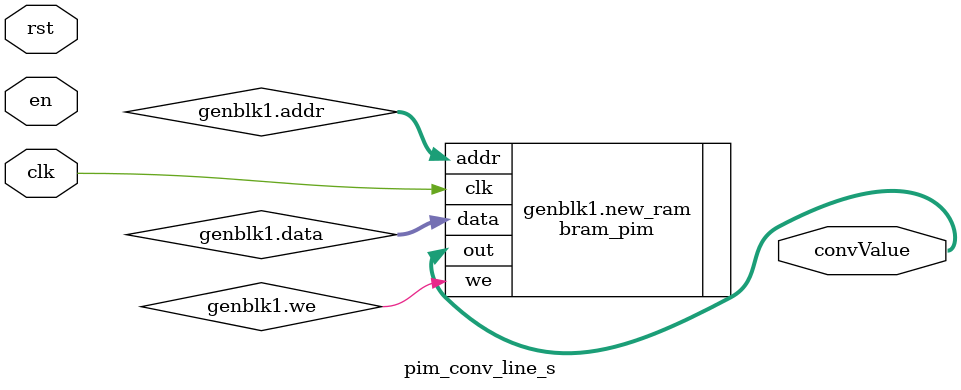
<source format=v>
`define MAX_SIZE 128
module conv #(parameter KERNEL_SIZE = 5, CHANNEL = 6, DEPTH = 16, BIT_WIDTH = 8, OUT_WIDTH = 32) (
    	input clk, rst,
		input en,	// enable
		// input signed[BIT_WIDTH-1:0] in1, in2, in3, in4, in5,
		// input signed[(BIT_WIDTH*25)-1:0] filter,	// 5x5 filter
		// //input [BIT_WIDTH-1:0] bias,
		// output signed[OUT_WIDTH-1:0] convValue	// size should increase to hold the sum of products
		output signed[8:0] convValue	// size should increase to hold the sum of products
		);
pim_conv_line_s #(.SIZE(KERNEL_SIZE*KERNEL_SIZE*CHANNEL)) conv1(
		.clk(clk), .rst(rst),
		.en(en),
		.convValue(convValue)
		);
endmodule





module pim_conv_line_s #(parameter SIZE = 128) (
	input clk, rst,
	input en,	// enable
	output signed[8:0] convValue	// size should increase to hold the sum of products
	);

	if (SIZE > `MAX_SIZE) begin
		wire signed[8:0] tmp_out_1;
		wire signed[8:0] tmp_out_2; 
		pim_conv_line_s #(SIZE/2) pim_conv_line_s_inst(
			.clk(clk),
			.rst(rst),
			.en(en),
			.convValue(tmp_out_1) 
		);
		pim_conv_line_s #(SIZE/2) pim_conv_line_s_inst2(
			.clk(clk),
			.rst(rst),
			.en(en),
			.convValue(tmp_out_2)
		);
		qadd #(.BIT_WIDTH(9), .OUT_WIDTH(9)) qadd_inst(
			.a(tmp_out_1),
			.b(tmp_out_2),
			.c(convValue)
		);
	end
	else begin
		wire [8:0] data;
		wire [5-1:0] addr;
		wire [0:0] we;

		bram_pim new_ram(
			.data(data),
			.addr(addr),
			.we(we),
			.out(convValue),
			.clk(clk)
		);
	end
endmodule
</source>
